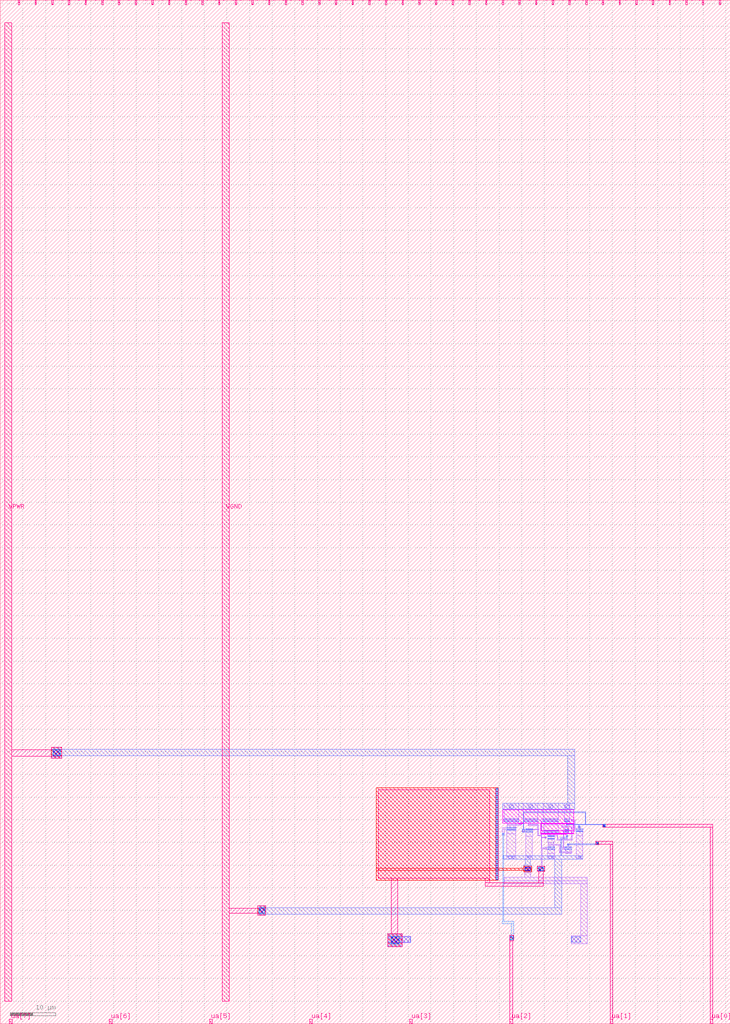
<source format=lef>
MACRO tt_um_duk_lif
  CLASS BLOCK ;
  FOREIGN tt_um_duk_lif ;
  ORIGIN 0.000 0.000 ;
  SIZE 161.000 BY 225.760 ;
  PIN clk
    DIRECTION INPUT ;
    USE SIGNAL ;
    PORT
      LAYER met4 ;
        RECT 154.870 224.760 155.170 225.760 ;
    END
  END clk
  PIN ena
    DIRECTION INPUT ;
    USE SIGNAL ;
    PORT
      LAYER met4 ;
        RECT 158.550 224.760 158.850 225.760 ;
    END
  END ena
  PIN rst_n
    DIRECTION INPUT ;
    USE SIGNAL ;
    PORT
      LAYER met4 ;
        RECT 151.190 224.760 151.490 225.760 ;
    END
  END rst_n
  PIN ua[0]
    DIRECTION INOUT ;
    USE SIGNAL ;
    ANTENNAGATEAREA 1.976400 ;
    ANTENNADIFFAREA 28.182425 ;
    PORT
      LAYER met4 ;
        RECT 156.560 0.000 157.160 1.000 ;
    END
  END ua[0]
  PIN ua[1]
    DIRECTION INOUT ;
    USE SIGNAL ;
    ANTENNADIFFAREA 0.435000 ;
    PORT
      LAYER met4 ;
        RECT 134.480 0.000 135.080 1.000 ;
    END
  END ua[1]
  PIN ua[2]
    DIRECTION INOUT ;
    USE SIGNAL ;
    PORT
      LAYER met4 ;
        RECT 112.400 0.000 113.000 1.000 ;
    END
  END ua[2]
  PIN ua[3]
    DIRECTION INOUT ;
    USE SIGNAL ;
    PORT
      LAYER met4 ;
        RECT 90.320 0.000 90.920 1.000 ;
    END
  END ua[3]
  PIN ua[4]
    DIRECTION INOUT ;
    USE SIGNAL ;
    PORT
      LAYER met4 ;
        RECT 68.240 0.000 68.840 1.000 ;
    END
  END ua[4]
  PIN ua[5]
    DIRECTION INOUT ;
    USE SIGNAL ;
    PORT
      LAYER met4 ;
        RECT 46.160 0.000 46.760 1.000 ;
    END
  END ua[5]
  PIN ua[6]
    DIRECTION INOUT ;
    USE SIGNAL ;
    PORT
      LAYER met4 ;
        RECT 24.080 0.000 24.680 1.000 ;
    END
  END ua[6]
  PIN ua[7]
    DIRECTION INOUT ;
    USE SIGNAL ;
    PORT
      LAYER met4 ;
        RECT 2.000 0.000 2.600 1.000 ;
    END
  END ua[7]
  PIN ui_in[0]
    DIRECTION INPUT ;
    USE SIGNAL ;
    PORT
      LAYER met4 ;
        RECT 147.510 224.760 147.810 225.760 ;
    END
  END ui_in[0]
  PIN ui_in[1]
    DIRECTION INPUT ;
    USE SIGNAL ;
    PORT
      LAYER met4 ;
        RECT 143.830 224.760 144.130 225.760 ;
    END
  END ui_in[1]
  PIN ui_in[2]
    DIRECTION INPUT ;
    USE SIGNAL ;
    PORT
      LAYER met4 ;
        RECT 140.150 224.760 140.450 225.760 ;
    END
  END ui_in[2]
  PIN ui_in[3]
    DIRECTION INPUT ;
    USE SIGNAL ;
    PORT
      LAYER met4 ;
        RECT 136.470 224.760 136.770 225.760 ;
    END
  END ui_in[3]
  PIN ui_in[4]
    DIRECTION INPUT ;
    USE SIGNAL ;
    PORT
      LAYER met4 ;
        RECT 132.790 224.760 133.090 225.760 ;
    END
  END ui_in[4]
  PIN ui_in[5]
    DIRECTION INPUT ;
    USE SIGNAL ;
    PORT
      LAYER met4 ;
        RECT 129.110 224.760 129.410 225.760 ;
    END
  END ui_in[5]
  PIN ui_in[6]
    DIRECTION INPUT ;
    USE SIGNAL ;
    PORT
      LAYER met4 ;
        RECT 125.430 224.760 125.730 225.760 ;
    END
  END ui_in[6]
  PIN ui_in[7]
    DIRECTION INPUT ;
    USE SIGNAL ;
    PORT
      LAYER met4 ;
        RECT 121.750 224.760 122.050 225.760 ;
    END
  END ui_in[7]
  PIN uio_in[0]
    DIRECTION INPUT ;
    USE SIGNAL ;
    PORT
      LAYER met4 ;
        RECT 118.070 224.760 118.370 225.760 ;
    END
  END uio_in[0]
  PIN uio_in[1]
    DIRECTION INPUT ;
    USE SIGNAL ;
    PORT
      LAYER met4 ;
        RECT 114.390 224.760 114.690 225.760 ;
    END
  END uio_in[1]
  PIN uio_in[2]
    DIRECTION INPUT ;
    USE SIGNAL ;
    PORT
      LAYER met4 ;
        RECT 110.710 224.760 111.010 225.760 ;
    END
  END uio_in[2]
  PIN uio_in[3]
    DIRECTION INPUT ;
    USE SIGNAL ;
    PORT
      LAYER met4 ;
        RECT 107.030 224.760 107.330 225.760 ;
    END
  END uio_in[3]
  PIN uio_in[4]
    DIRECTION INPUT ;
    USE SIGNAL ;
    PORT
      LAYER met4 ;
        RECT 103.350 224.760 103.650 225.760 ;
    END
  END uio_in[4]
  PIN uio_in[5]
    DIRECTION INPUT ;
    USE SIGNAL ;
    PORT
      LAYER met4 ;
        RECT 99.670 224.760 99.970 225.760 ;
    END
  END uio_in[5]
  PIN uio_in[6]
    DIRECTION INPUT ;
    USE SIGNAL ;
    PORT
      LAYER met4 ;
        RECT 95.990 224.760 96.290 225.760 ;
    END
  END uio_in[6]
  PIN uio_in[7]
    DIRECTION INPUT ;
    USE SIGNAL ;
    PORT
      LAYER met4 ;
        RECT 92.310 224.760 92.610 225.760 ;
    END
  END uio_in[7]
  PIN uio_oe[0]
    DIRECTION OUTPUT ;
    USE SIGNAL ;
    PORT
      LAYER met4 ;
        RECT 29.750 224.760 30.050 225.760 ;
    END
  END uio_oe[0]
  PIN uio_oe[1]
    DIRECTION OUTPUT ;
    USE SIGNAL ;
    PORT
      LAYER met4 ;
        RECT 26.070 224.760 26.370 225.760 ;
    END
  END uio_oe[1]
  PIN uio_oe[2]
    DIRECTION OUTPUT ;
    USE SIGNAL ;
    PORT
      LAYER met4 ;
        RECT 22.390 224.760 22.690 225.760 ;
    END
  END uio_oe[2]
  PIN uio_oe[3]
    DIRECTION OUTPUT ;
    USE SIGNAL ;
    PORT
      LAYER met4 ;
        RECT 18.710 224.760 19.010 225.760 ;
    END
  END uio_oe[3]
  PIN uio_oe[4]
    DIRECTION OUTPUT ;
    USE SIGNAL ;
    PORT
      LAYER met4 ;
        RECT 15.030 224.760 15.330 225.760 ;
    END
  END uio_oe[4]
  PIN uio_oe[5]
    DIRECTION OUTPUT ;
    USE SIGNAL ;
    PORT
      LAYER met4 ;
        RECT 11.350 224.760 11.650 225.760 ;
    END
  END uio_oe[5]
  PIN uio_oe[6]
    DIRECTION OUTPUT ;
    USE SIGNAL ;
    PORT
      LAYER met4 ;
        RECT 7.670 224.760 7.970 225.760 ;
    END
  END uio_oe[6]
  PIN uio_oe[7]
    DIRECTION OUTPUT ;
    USE SIGNAL ;
    PORT
      LAYER met4 ;
        RECT 3.990 224.760 4.290 225.760 ;
    END
  END uio_oe[7]
  PIN uio_out[0]
    DIRECTION OUTPUT ;
    USE SIGNAL ;
    PORT
      LAYER met4 ;
        RECT 59.190 224.760 59.490 225.760 ;
    END
  END uio_out[0]
  PIN uio_out[1]
    DIRECTION OUTPUT ;
    USE SIGNAL ;
    PORT
      LAYER met4 ;
        RECT 55.510 224.760 55.810 225.760 ;
    END
  END uio_out[1]
  PIN uio_out[2]
    DIRECTION OUTPUT ;
    USE SIGNAL ;
    PORT
      LAYER met4 ;
        RECT 51.830 224.760 52.130 225.760 ;
    END
  END uio_out[2]
  PIN uio_out[3]
    DIRECTION OUTPUT ;
    USE SIGNAL ;
    PORT
      LAYER met4 ;
        RECT 48.150 224.760 48.450 225.760 ;
    END
  END uio_out[3]
  PIN uio_out[4]
    DIRECTION OUTPUT ;
    USE SIGNAL ;
    PORT
      LAYER met4 ;
        RECT 44.470 224.760 44.770 225.760 ;
    END
  END uio_out[4]
  PIN uio_out[5]
    DIRECTION OUTPUT ;
    USE SIGNAL ;
    PORT
      LAYER met4 ;
        RECT 40.790 224.760 41.090 225.760 ;
    END
  END uio_out[5]
  PIN uio_out[6]
    DIRECTION OUTPUT ;
    USE SIGNAL ;
    PORT
      LAYER met4 ;
        RECT 37.110 224.760 37.410 225.760 ;
    END
  END uio_out[6]
  PIN uio_out[7]
    DIRECTION OUTPUT ;
    USE SIGNAL ;
    PORT
      LAYER met4 ;
        RECT 33.430 224.760 33.730 225.760 ;
    END
  END uio_out[7]
  PIN uo_out[0]
    DIRECTION OUTPUT ;
    USE SIGNAL ;
    PORT
      LAYER met4 ;
        RECT 88.630 224.760 88.930 225.760 ;
    END
  END uo_out[0]
  PIN uo_out[1]
    DIRECTION OUTPUT ;
    USE SIGNAL ;
    PORT
      LAYER met4 ;
        RECT 84.950 224.760 85.250 225.760 ;
    END
  END uo_out[1]
  PIN uo_out[2]
    DIRECTION OUTPUT ;
    USE SIGNAL ;
    PORT
      LAYER met4 ;
        RECT 81.270 224.760 81.570 225.760 ;
    END
  END uo_out[2]
  PIN uo_out[3]
    DIRECTION OUTPUT ;
    USE SIGNAL ;
    PORT
      LAYER met4 ;
        RECT 77.590 224.760 77.890 225.760 ;
    END
  END uo_out[3]
  PIN uo_out[4]
    DIRECTION OUTPUT ;
    USE SIGNAL ;
    PORT
      LAYER met4 ;
        RECT 73.910 224.760 74.210 225.760 ;
    END
  END uo_out[4]
  PIN uo_out[5]
    DIRECTION OUTPUT ;
    USE SIGNAL ;
    PORT
      LAYER met4 ;
        RECT 70.230 224.760 70.530 225.760 ;
    END
  END uo_out[5]
  PIN uo_out[6]
    DIRECTION OUTPUT ;
    USE SIGNAL ;
    PORT
      LAYER met4 ;
        RECT 66.550 224.760 66.850 225.760 ;
    END
  END uo_out[6]
  PIN uo_out[7]
    DIRECTION OUTPUT ;
    USE SIGNAL ;
    PORT
      LAYER met4 ;
        RECT 62.870 224.760 63.170 225.760 ;
    END
  END uo_out[7]
  PIN VPWR
    DIRECTION INOUT ;
    USE POWER ;
    PORT
      LAYER met4 ;
        RECT 1.000 5.000 2.500 220.760 ;
    END
  END VPWR
  PIN VGND
    DIRECTION INOUT ;
    USE GROUND ;
    PORT
      LAYER met4 ;
        RECT 49.000 5.000 50.500 220.760 ;
    END
  END VGND
  OBS
      LAYER nwell ;
        RECT 110.800 44.260 126.530 47.210 ;
        RECT 114.370 44.075 115.245 44.260 ;
        RECT 119.155 44.055 126.530 44.260 ;
        RECT 119.155 42.525 126.515 44.055 ;
        RECT 119.155 42.045 126.510 42.525 ;
        RECT 119.155 41.850 126.490 42.045 ;
        RECT 119.155 41.820 124.860 41.850 ;
        RECT 123.365 41.785 124.860 41.820 ;
        RECT 123.365 41.760 124.795 41.785 ;
      LAYER li1 ;
        RECT 111.105 45.190 114.355 48.660 ;
        RECT 115.330 45.195 118.580 48.660 ;
        RECT 111.090 45.020 114.370 45.190 ;
        RECT 115.320 45.025 118.600 45.195 ;
        RECT 119.790 45.190 123.040 48.660 ;
        RECT 111.090 44.550 114.370 44.720 ;
        RECT 115.320 44.555 118.600 44.725 ;
        RECT 119.175 44.650 119.510 45.075 ;
        RECT 119.770 45.020 123.050 45.190 ;
        RECT 124.410 45.185 125.610 48.660 ;
        RECT 124.390 45.015 125.630 45.185 ;
        RECT 125.945 44.985 126.275 45.050 ;
        RECT 126.570 44.985 126.780 44.990 ;
        RECT 125.945 44.815 126.780 44.985 ;
        RECT 111.805 43.955 113.685 44.550 ;
        RECT 114.650 44.140 114.985 44.415 ;
        RECT 114.710 43.955 114.925 44.140 ;
        RECT 111.805 43.770 114.925 43.955 ;
        RECT 116.495 43.950 116.875 44.555 ;
        RECT 116.495 43.935 118.695 43.950 ;
        RECT 111.805 43.305 113.685 43.770 ;
        RECT 116.495 43.700 118.705 43.935 ;
        RECT 110.705 43.185 111.175 43.210 ;
        RECT 110.705 42.790 111.495 43.185 ;
        RECT 111.720 43.135 113.760 43.305 ;
        RECT 118.490 42.930 118.705 43.700 ;
        RECT 110.705 41.525 111.175 42.790 ;
        RECT 111.720 42.665 113.760 42.835 ;
        RECT 111.740 41.930 113.740 42.665 ;
        RECT 115.190 42.355 115.650 42.835 ;
        RECT 115.870 42.760 118.710 42.930 ;
        RECT 115.870 42.290 117.410 42.460 ;
        RECT 111.750 36.320 113.740 41.930 ;
        RECT 115.885 41.330 117.390 42.290 ;
        RECT 118.490 41.605 118.705 42.760 ;
        RECT 119.275 42.565 119.445 44.650 ;
        RECT 119.770 44.550 123.050 44.720 ;
        RECT 120.135 44.270 122.930 44.550 ;
        RECT 124.390 44.545 125.630 44.715 ;
        RECT 125.945 44.710 126.275 44.815 ;
        RECT 124.885 44.350 125.055 44.545 ;
        RECT 120.135 44.100 124.005 44.270 ;
        RECT 124.880 44.145 125.055 44.350 ;
        RECT 120.135 43.910 122.930 44.100 ;
        RECT 119.880 42.700 123.120 43.910 ;
        RECT 123.835 43.515 124.005 44.100 ;
        RECT 124.815 43.805 125.140 44.145 ;
        RECT 123.835 43.510 125.345 43.515 ;
        RECT 123.835 43.345 125.355 43.510 ;
        RECT 126.570 43.420 126.780 44.815 ;
        RECT 124.555 42.920 125.355 43.345 ;
        RECT 125.900 43.250 126.780 43.420 ;
        RECT 119.180 42.170 119.555 42.565 ;
        RECT 119.860 42.530 123.140 42.700 ;
        RECT 124.045 42.430 124.360 42.765 ;
        RECT 124.535 42.750 125.375 42.920 ;
        RECT 119.290 41.605 119.460 42.170 ;
        RECT 119.860 42.060 123.140 42.230 ;
        RECT 120.760 41.780 122.140 42.060 ;
        RECT 120.760 41.605 122.965 41.780 ;
        RECT 118.490 41.425 119.465 41.605 ;
        RECT 118.505 41.420 119.465 41.425 ;
        RECT 115.940 36.320 117.300 41.330 ;
        RECT 119.290 41.175 119.460 41.420 ;
        RECT 120.760 41.405 122.140 41.605 ;
        RECT 120.085 41.175 120.390 41.255 ;
        RECT 120.710 41.235 122.250 41.405 ;
        RECT 122.795 41.240 122.965 41.605 ;
        RECT 119.290 41.150 120.390 41.175 ;
        RECT 119.285 41.005 120.390 41.150 ;
        RECT 122.795 41.050 122.970 41.240 ;
        RECT 119.285 38.795 119.460 41.005 ;
        RECT 120.085 40.900 120.390 41.005 ;
        RECT 120.710 40.765 122.250 40.935 ;
        RECT 120.730 39.960 122.230 40.765 ;
        RECT 122.800 40.680 122.970 41.050 ;
        RECT 124.115 40.680 124.295 42.430 ;
        RECT 124.535 42.280 125.375 42.450 ;
        RECT 124.870 41.625 125.040 42.280 ;
        RECT 124.800 41.275 125.145 41.625 ;
        RECT 125.900 40.680 126.130 43.250 ;
        RECT 126.570 42.880 126.780 43.250 ;
        RECT 127.445 43.215 127.890 43.585 ;
        RECT 127.550 42.980 127.760 43.215 ;
        RECT 126.430 42.480 126.800 42.880 ;
        RECT 126.985 42.810 128.525 42.980 ;
        RECT 126.985 42.340 128.525 42.510 ;
        RECT 127.005 41.510 128.505 42.340 ;
        RECT 122.800 40.510 126.130 40.680 ;
        RECT 120.875 39.595 122.090 39.960 ;
        RECT 120.875 39.585 123.495 39.595 ;
        RECT 120.875 39.415 123.500 39.585 ;
        RECT 120.875 39.025 122.090 39.415 ;
        RECT 120.205 38.795 120.545 38.890 ;
        RECT 120.760 38.855 122.300 39.025 ;
        RECT 119.285 38.620 120.545 38.795 ;
        RECT 119.285 34.755 119.500 38.620 ;
        RECT 120.205 38.540 120.545 38.620 ;
        RECT 120.760 38.385 122.300 38.555 ;
        RECT 120.780 37.560 122.280 38.385 ;
        RECT 123.295 37.930 123.500 39.415 ;
        RECT 124.115 38.915 124.305 40.510 ;
        RECT 124.515 40.505 125.935 40.510 ;
        RECT 125.080 39.335 125.525 39.705 ;
        RECT 125.185 39.040 125.405 39.335 ;
        RECT 124.085 38.535 124.360 38.915 ;
        RECT 124.540 38.870 126.080 39.040 ;
        RECT 124.540 38.400 126.080 38.570 ;
        RECT 124.555 37.930 126.065 38.400 ;
        RECT 123.295 37.745 126.065 37.930 ;
        RECT 124.555 37.560 126.065 37.745 ;
        RECT 120.790 36.320 122.275 37.560 ;
        RECT 127.010 36.320 128.500 41.510 ;
        RECT 115.430 33.565 117.220 34.715 ;
        RECT 118.465 33.585 120.130 34.755 ;
        RECT 115.635 33.315 117.050 33.565 ;
        RECT 115.630 32.280 117.050 33.315 ;
        RECT 111.155 31.585 129.495 32.280 ;
        RECT 111.155 30.865 129.505 31.585 ;
        RECT 85.440 19.280 88.640 19.815 ;
        RECT 127.990 19.405 129.505 30.865 ;
        RECT 85.440 17.870 90.510 19.280 ;
        RECT 85.440 17.025 88.640 17.870 ;
        RECT 125.950 17.695 129.505 19.405 ;
      LAYER mcon ;
        RECT 112.305 47.580 113.140 48.335 ;
        RECT 116.580 47.570 117.415 48.325 ;
        RECT 120.970 47.565 121.805 48.320 ;
        RECT 111.170 45.020 114.290 45.190 ;
        RECT 115.400 45.025 118.520 45.195 ;
        RECT 124.615 47.545 125.450 48.300 ;
        RECT 111.170 44.550 114.290 44.720 ;
        RECT 115.400 44.555 118.520 44.725 ;
        RECT 119.850 45.020 122.970 45.190 ;
        RECT 124.470 45.015 125.550 45.185 ;
        RECT 111.800 43.135 113.680 43.305 ;
        RECT 111.800 42.665 113.680 42.835 ;
        RECT 115.250 42.440 115.600 42.770 ;
        RECT 115.950 42.760 117.330 42.930 ;
        RECT 115.950 42.290 117.330 42.460 ;
        RECT 110.785 41.620 111.100 41.905 ;
        RECT 119.850 44.550 122.970 44.720 ;
        RECT 124.470 44.545 125.550 44.715 ;
        RECT 124.875 43.860 125.075 44.070 ;
        RECT 119.940 42.530 123.060 42.700 ;
        RECT 124.615 42.750 125.295 42.920 ;
        RECT 119.940 42.060 123.060 42.230 ;
        RECT 112.045 36.510 113.410 36.915 ;
        RECT 120.790 41.235 122.170 41.405 ;
        RECT 116.240 36.560 117.010 36.950 ;
        RECT 120.790 40.765 122.170 40.935 ;
        RECT 124.615 42.280 125.295 42.450 ;
        RECT 124.880 41.350 125.055 41.525 ;
        RECT 127.575 43.305 127.785 43.490 ;
        RECT 127.065 42.810 128.445 42.980 ;
        RECT 127.065 42.340 128.445 42.510 ;
        RECT 120.840 38.855 122.220 39.025 ;
        RECT 120.840 38.385 122.220 38.555 ;
        RECT 125.195 39.415 125.390 39.640 ;
        RECT 124.620 38.870 126.000 39.040 ;
        RECT 124.620 38.400 126.000 38.570 ;
        RECT 120.945 36.510 122.095 36.930 ;
        RECT 127.435 36.525 128.135 36.980 ;
        RECT 115.780 33.760 116.885 34.535 ;
        RECT 118.780 33.735 119.795 34.570 ;
        RECT 86.255 17.675 88.015 19.170 ;
        RECT 88.440 17.950 90.425 19.200 ;
        RECT 126.035 17.950 128.020 19.200 ;
      LAYER met1 ;
        RECT 11.280 60.590 13.530 60.980 ;
        RECT 11.280 59.065 126.730 60.590 ;
        RECT 11.280 58.520 13.530 59.065 ;
        RECT 125.205 48.660 126.730 59.065 ;
        RECT 110.800 47.265 126.730 48.660 ;
        RECT 110.800 47.260 126.485 47.265 ;
        RECT 115.325 46.530 129.175 46.715 ;
        RECT 115.330 45.675 115.495 46.530 ;
        RECT 115.335 45.225 115.495 45.675 ;
        RECT 111.110 44.990 114.350 45.220 ;
        RECT 115.335 44.995 118.580 45.225 ;
        RECT 115.335 44.755 115.495 44.995 ;
        RECT 119.790 44.990 123.030 45.220 ;
        RECT 124.410 44.985 125.610 45.215 ;
        RECT 111.110 44.520 114.350 44.750 ;
        RECT 115.335 44.525 118.580 44.755 ;
        RECT 111.740 43.105 113.740 43.335 ;
        RECT 115.335 42.920 115.495 44.525 ;
        RECT 119.790 44.520 123.030 44.750 ;
        RECT 124.410 44.515 125.610 44.745 ;
        RECT 124.815 44.040 125.140 44.145 ;
        RECT 129.005 44.040 129.175 46.530 ;
        RECT 124.815 43.900 133.460 44.040 ;
        RECT 124.815 43.895 129.175 43.900 ;
        RECT 129.525 43.895 133.460 43.900 ;
        RECT 124.815 43.805 125.140 43.895 ;
        RECT 127.600 43.585 127.740 43.895 ;
        RECT 127.445 43.215 127.890 43.585 ;
        RECT 132.870 43.390 133.460 43.895 ;
        RECT 111.740 42.635 113.740 42.865 ;
        RECT 115.110 42.255 115.725 42.920 ;
        RECT 115.890 42.730 117.390 42.960 ;
        RECT 119.880 42.500 123.120 42.730 ;
        RECT 124.555 42.720 125.355 42.950 ;
        RECT 127.005 42.780 128.505 43.010 ;
        RECT 115.890 42.260 117.390 42.490 ;
        RECT 115.335 42.250 115.550 42.255 ;
        RECT 119.880 42.030 123.120 42.260 ;
        RECT 124.555 42.250 125.355 42.480 ;
        RECT 127.005 42.310 128.505 42.540 ;
        RECT 110.705 41.525 111.175 42.000 ;
        RECT 120.730 41.205 122.230 41.435 ;
        RECT 124.800 41.275 125.145 41.625 ;
        RECT 124.855 41.090 125.095 41.275 ;
        RECT 120.730 40.735 122.230 40.965 ;
        RECT 123.590 40.850 125.095 41.090 ;
        RECT 120.780 38.825 122.280 39.055 ;
        RECT 120.780 38.355 122.280 38.585 ;
        RECT 123.590 37.100 123.830 40.850 ;
        RECT 125.080 39.650 125.525 39.705 ;
        RECT 131.380 39.650 132.040 40.200 ;
        RECT 125.080 39.445 132.040 39.650 ;
        RECT 125.080 39.335 125.525 39.445 ;
        RECT 131.380 39.440 132.040 39.445 ;
        RECT 124.560 38.840 126.060 39.070 ;
        RECT 124.560 38.370 126.060 38.600 ;
        RECT 110.950 36.320 128.510 37.100 ;
        RECT 115.835 34.940 116.885 36.320 ;
        RECT 115.430 33.565 117.220 34.940 ;
        RECT 118.465 33.585 120.130 34.755 ;
        RECT 56.800 25.635 58.550 26.030 ;
        RECT 122.345 25.635 123.795 36.320 ;
        RECT 56.800 24.185 123.795 25.635 ;
        RECT 56.800 23.890 58.550 24.185 ;
        RECT 85.440 19.230 88.640 19.815 ;
        RECT 85.440 17.920 90.485 19.230 ;
        RECT 125.975 17.920 128.080 19.230 ;
        RECT 85.440 17.025 88.640 17.920 ;
      LAYER via ;
        RECT 11.700 59.100 13.180 60.480 ;
        RECT 132.970 43.490 133.380 43.950 ;
        RECT 131.520 39.610 131.940 40.080 ;
        RECT 115.780 33.760 116.885 34.535 ;
        RECT 118.780 33.735 119.795 34.570 ;
        RECT 57.070 24.380 58.280 25.570 ;
        RECT 86.255 17.675 88.015 19.170 ;
      LAYER met2 ;
        RECT 11.280 58.520 13.530 60.980 ;
        RECT 132.870 43.390 133.460 44.040 ;
        RECT 110.705 41.525 111.175 42.000 ;
        RECT 56.800 23.890 58.550 26.030 ;
        RECT 110.785 22.560 111.100 41.525 ;
        RECT 131.380 39.440 132.040 40.200 ;
        RECT 115.430 33.565 117.220 34.715 ;
        RECT 118.465 33.585 120.130 34.755 ;
        RECT 110.680 22.035 113.230 22.560 ;
        RECT 85.440 17.025 88.640 19.815 ;
        RECT 112.705 19.475 113.230 22.035 ;
        RECT 112.400 18.330 113.235 19.475 ;
      LAYER via2 ;
        RECT 11.700 59.100 13.180 60.480 ;
        RECT 132.970 43.490 133.380 43.950 ;
        RECT 57.070 24.380 58.280 25.570 ;
        RECT 131.520 39.610 131.940 40.080 ;
        RECT 115.780 33.760 116.885 34.535 ;
        RECT 118.780 33.735 119.795 34.570 ;
        RECT 86.255 17.675 88.015 19.170 ;
        RECT 112.500 18.475 113.130 19.300 ;
      LAYER met3 ;
        RECT 11.280 58.520 13.530 60.980 ;
        RECT 82.970 34.275 109.830 52.050 ;
        RECT 132.870 43.390 133.460 44.040 ;
        RECT 131.380 39.440 132.040 40.200 ;
        RECT 115.430 34.275 117.220 34.715 ;
        RECT 82.970 33.860 117.220 34.275 ;
        RECT 82.970 31.650 109.830 33.860 ;
        RECT 115.430 33.565 117.220 33.860 ;
        RECT 118.465 33.585 120.130 34.755 ;
        RECT 56.800 23.890 58.550 26.030 ;
        RECT 85.440 17.025 88.640 19.815 ;
        RECT 112.400 18.330 113.235 19.475 ;
      LAYER via3 ;
        RECT 11.700 59.100 13.180 60.480 ;
        RECT 109.410 31.790 109.730 51.910 ;
        RECT 132.970 43.490 133.380 43.950 ;
        RECT 131.520 39.610 131.940 40.080 ;
        RECT 118.780 33.735 119.795 34.570 ;
        RECT 57.070 24.380 58.280 25.570 ;
        RECT 86.255 17.675 88.015 19.170 ;
        RECT 112.500 18.475 113.130 19.300 ;
      LAYER met4 ;
        RECT 11.280 60.400 13.530 60.980 ;
        RECT 2.500 59.040 13.530 60.400 ;
        RECT 11.280 58.520 13.530 59.040 ;
        RECT 83.365 32.045 107.975 51.655 ;
        RECT 56.800 25.460 58.550 26.030 ;
        RECT 50.500 24.340 58.550 25.460 ;
        RECT 56.800 23.890 58.550 24.340 ;
        RECT 86.200 19.815 87.615 32.045 ;
        RECT 107.015 31.145 107.975 32.045 ;
        RECT 109.330 31.710 109.810 51.990 ;
        RECT 132.870 43.990 133.460 44.040 ;
        RECT 132.870 43.390 157.160 43.990 ;
        RECT 131.380 39.600 135.080 40.200 ;
        RECT 131.380 39.440 132.040 39.600 ;
        RECT 118.465 33.585 120.130 34.755 ;
        RECT 118.780 31.145 119.800 33.585 ;
        RECT 107.015 31.130 119.800 31.145 ;
        RECT 107.015 30.330 119.765 31.130 ;
        RECT 85.440 17.025 88.640 19.815 ;
        RECT 112.400 18.330 113.235 19.475 ;
        RECT 112.400 1.000 113.000 18.330 ;
        RECT 134.480 1.000 135.080 39.600 ;
        RECT 156.560 1.000 157.160 43.390 ;
  END
END tt_um_duk_lif
END LIBRARY


</source>
